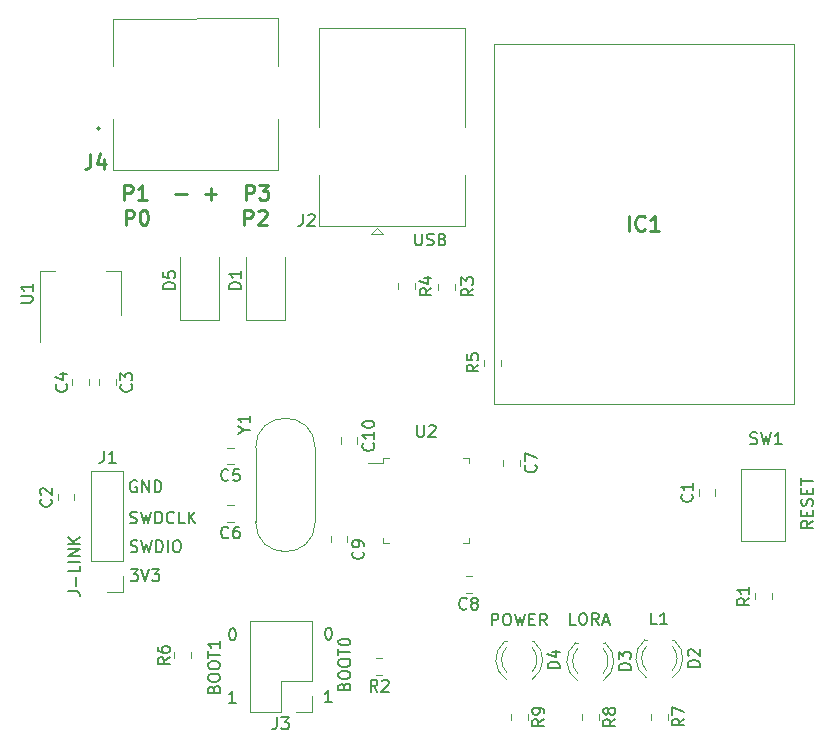
<source format=gbr>
G04 #@! TF.GenerationSoftware,KiCad,Pcbnew,(5.1.5)-3*
G04 #@! TF.CreationDate,2021-12-10T20:30:37-03:00*
G04 #@! TF.ProjectId,remoto,72656d6f-746f-42e6-9b69-6361645f7063,rev?*
G04 #@! TF.SameCoordinates,Original*
G04 #@! TF.FileFunction,Legend,Top*
G04 #@! TF.FilePolarity,Positive*
%FSLAX46Y46*%
G04 Gerber Fmt 4.6, Leading zero omitted, Abs format (unit mm)*
G04 Created by KiCad (PCBNEW (5.1.5)-3) date 2021-12-10 20:30:37*
%MOMM*%
%LPD*%
G04 APERTURE LIST*
%ADD10C,0.250000*%
%ADD11C,0.150000*%
%ADD12C,0.120000*%
%ADD13C,0.200000*%
%ADD14C,0.100000*%
%ADD15C,0.254000*%
G04 APERTURE END LIST*
D10*
X35584571Y-38237976D02*
X35584571Y-36987976D01*
X36060761Y-36987976D01*
X36179809Y-37047500D01*
X36239333Y-37107023D01*
X36298857Y-37226071D01*
X36298857Y-37404642D01*
X36239333Y-37523690D01*
X36179809Y-37583214D01*
X36060761Y-37642738D01*
X35584571Y-37642738D01*
X37489333Y-38237976D02*
X36775047Y-38237976D01*
X37132190Y-38237976D02*
X37132190Y-36987976D01*
X37013142Y-37166547D01*
X36894095Y-37285595D01*
X36775047Y-37345119D01*
X39929809Y-37761785D02*
X40882190Y-37761785D01*
X42429809Y-37761785D02*
X43382190Y-37761785D01*
X42906000Y-38237976D02*
X42906000Y-37285595D01*
X45882190Y-38237976D02*
X45882190Y-36987976D01*
X46358380Y-36987976D01*
X46477428Y-37047500D01*
X46536952Y-37107023D01*
X46596476Y-37226071D01*
X46596476Y-37404642D01*
X46536952Y-37523690D01*
X46477428Y-37583214D01*
X46358380Y-37642738D01*
X45882190Y-37642738D01*
X47013142Y-36987976D02*
X47786952Y-36987976D01*
X47370285Y-37464166D01*
X47548857Y-37464166D01*
X47667904Y-37523690D01*
X47727428Y-37583214D01*
X47786952Y-37702261D01*
X47786952Y-37999880D01*
X47727428Y-38118928D01*
X47667904Y-38178452D01*
X47548857Y-38237976D01*
X47191714Y-38237976D01*
X47072666Y-38178452D01*
X47013142Y-38118928D01*
X35703619Y-40362976D02*
X35703619Y-39112976D01*
X36179809Y-39112976D01*
X36298857Y-39172500D01*
X36358380Y-39232023D01*
X36417904Y-39351071D01*
X36417904Y-39529642D01*
X36358380Y-39648690D01*
X36298857Y-39708214D01*
X36179809Y-39767738D01*
X35703619Y-39767738D01*
X37191714Y-39112976D02*
X37310761Y-39112976D01*
X37429809Y-39172500D01*
X37489333Y-39232023D01*
X37548857Y-39351071D01*
X37608380Y-39589166D01*
X37608380Y-39886785D01*
X37548857Y-40124880D01*
X37489333Y-40243928D01*
X37429809Y-40303452D01*
X37310761Y-40362976D01*
X37191714Y-40362976D01*
X37072666Y-40303452D01*
X37013142Y-40243928D01*
X36953619Y-40124880D01*
X36894095Y-39886785D01*
X36894095Y-39589166D01*
X36953619Y-39351071D01*
X37013142Y-39232023D01*
X37072666Y-39172500D01*
X37191714Y-39112976D01*
X45763142Y-40362976D02*
X45763142Y-39112976D01*
X46239333Y-39112976D01*
X46358380Y-39172500D01*
X46417904Y-39232023D01*
X46477428Y-39351071D01*
X46477428Y-39529642D01*
X46417904Y-39648690D01*
X46358380Y-39708214D01*
X46239333Y-39767738D01*
X45763142Y-39767738D01*
X46953619Y-39232023D02*
X47013142Y-39172500D01*
X47132190Y-39112976D01*
X47429809Y-39112976D01*
X47548857Y-39172500D01*
X47608380Y-39232023D01*
X47667904Y-39351071D01*
X47667904Y-39470119D01*
X47608380Y-39648690D01*
X46894095Y-40362976D01*
X47667904Y-40362976D01*
D11*
X60206095Y-41108380D02*
X60206095Y-41917904D01*
X60253714Y-42013142D01*
X60301333Y-42060761D01*
X60396571Y-42108380D01*
X60587047Y-42108380D01*
X60682285Y-42060761D01*
X60729904Y-42013142D01*
X60777523Y-41917904D01*
X60777523Y-41108380D01*
X61206095Y-42060761D02*
X61348952Y-42108380D01*
X61587047Y-42108380D01*
X61682285Y-42060761D01*
X61729904Y-42013142D01*
X61777523Y-41917904D01*
X61777523Y-41822666D01*
X61729904Y-41727428D01*
X61682285Y-41679809D01*
X61587047Y-41632190D01*
X61396571Y-41584571D01*
X61301333Y-41536952D01*
X61253714Y-41489333D01*
X61206095Y-41394095D01*
X61206095Y-41298857D01*
X61253714Y-41203619D01*
X61301333Y-41156000D01*
X61396571Y-41108380D01*
X61634666Y-41108380D01*
X61777523Y-41156000D01*
X62539428Y-41584571D02*
X62682285Y-41632190D01*
X62729904Y-41679809D01*
X62777523Y-41775047D01*
X62777523Y-41917904D01*
X62729904Y-42013142D01*
X62682285Y-42060761D01*
X62587047Y-42108380D01*
X62206095Y-42108380D01*
X62206095Y-41108380D01*
X62539428Y-41108380D01*
X62634666Y-41156000D01*
X62682285Y-41203619D01*
X62729904Y-41298857D01*
X62729904Y-41394095D01*
X62682285Y-41489333D01*
X62634666Y-41536952D01*
X62539428Y-41584571D01*
X62206095Y-41584571D01*
X80684073Y-74198740D02*
X80207882Y-74198740D01*
X80207882Y-73198740D01*
X81541216Y-74198740D02*
X80969787Y-74198740D01*
X81255501Y-74198740D02*
X81255501Y-73198740D01*
X81160263Y-73341598D01*
X81065025Y-73436836D01*
X80969787Y-73484455D01*
X73812542Y-74244460D02*
X73336352Y-74244460D01*
X73336352Y-73244460D01*
X74336352Y-73244460D02*
X74526828Y-73244460D01*
X74622066Y-73292080D01*
X74717304Y-73387318D01*
X74764923Y-73577794D01*
X74764923Y-73911127D01*
X74717304Y-74101603D01*
X74622066Y-74196841D01*
X74526828Y-74244460D01*
X74336352Y-74244460D01*
X74241114Y-74196841D01*
X74145876Y-74101603D01*
X74098257Y-73911127D01*
X74098257Y-73577794D01*
X74145876Y-73387318D01*
X74241114Y-73292080D01*
X74336352Y-73244460D01*
X75764923Y-74244460D02*
X75431590Y-73768270D01*
X75193495Y-74244460D02*
X75193495Y-73244460D01*
X75574447Y-73244460D01*
X75669685Y-73292080D01*
X75717304Y-73339699D01*
X75764923Y-73434937D01*
X75764923Y-73577794D01*
X75717304Y-73673032D01*
X75669685Y-73720651D01*
X75574447Y-73768270D01*
X75193495Y-73768270D01*
X76145876Y-73958746D02*
X76622066Y-73958746D01*
X76050638Y-74244460D02*
X76383971Y-73244460D01*
X76717304Y-74244460D01*
X66704816Y-74287640D02*
X66704816Y-73287640D01*
X67085768Y-73287640D01*
X67181006Y-73335260D01*
X67228625Y-73382879D01*
X67276244Y-73478117D01*
X67276244Y-73620974D01*
X67228625Y-73716212D01*
X67181006Y-73763831D01*
X67085768Y-73811450D01*
X66704816Y-73811450D01*
X67895292Y-73287640D02*
X68085768Y-73287640D01*
X68181006Y-73335260D01*
X68276244Y-73430498D01*
X68323863Y-73620974D01*
X68323863Y-73954307D01*
X68276244Y-74144783D01*
X68181006Y-74240021D01*
X68085768Y-74287640D01*
X67895292Y-74287640D01*
X67800054Y-74240021D01*
X67704816Y-74144783D01*
X67657197Y-73954307D01*
X67657197Y-73620974D01*
X67704816Y-73430498D01*
X67800054Y-73335260D01*
X67895292Y-73287640D01*
X68657197Y-73287640D02*
X68895292Y-74287640D01*
X69085768Y-73573355D01*
X69276244Y-74287640D01*
X69514340Y-73287640D01*
X69895292Y-73763831D02*
X70228625Y-73763831D01*
X70371482Y-74287640D02*
X69895292Y-74287640D01*
X69895292Y-73287640D01*
X70371482Y-73287640D01*
X71371482Y-74287640D02*
X71038149Y-73811450D01*
X70800054Y-74287640D02*
X70800054Y-73287640D01*
X71181006Y-73287640D01*
X71276244Y-73335260D01*
X71323863Y-73382879D01*
X71371482Y-73478117D01*
X71371482Y-73620974D01*
X71323863Y-73716212D01*
X71276244Y-73763831D01*
X71181006Y-73811450D01*
X70800054Y-73811450D01*
X93896440Y-65422280D02*
X93420250Y-65755614D01*
X93896440Y-65993709D02*
X92896440Y-65993709D01*
X92896440Y-65612757D01*
X92944060Y-65517519D01*
X92991679Y-65469900D01*
X93086917Y-65422280D01*
X93229774Y-65422280D01*
X93325012Y-65469900D01*
X93372631Y-65517519D01*
X93420250Y-65612757D01*
X93420250Y-65993709D01*
X93372631Y-64993709D02*
X93372631Y-64660376D01*
X93896440Y-64517519D02*
X93896440Y-64993709D01*
X92896440Y-64993709D01*
X92896440Y-64517519D01*
X93848821Y-64136566D02*
X93896440Y-63993709D01*
X93896440Y-63755614D01*
X93848821Y-63660376D01*
X93801202Y-63612757D01*
X93705964Y-63565138D01*
X93610726Y-63565138D01*
X93515488Y-63612757D01*
X93467869Y-63660376D01*
X93420250Y-63755614D01*
X93372631Y-63946090D01*
X93325012Y-64041328D01*
X93277393Y-64088947D01*
X93182155Y-64136566D01*
X93086917Y-64136566D01*
X92991679Y-64088947D01*
X92944060Y-64041328D01*
X92896440Y-63946090D01*
X92896440Y-63707995D01*
X92944060Y-63565138D01*
X93372631Y-63136566D02*
X93372631Y-62803233D01*
X93896440Y-62660376D02*
X93896440Y-63136566D01*
X92896440Y-63136566D01*
X92896440Y-62660376D01*
X92896440Y-62374661D02*
X92896440Y-61803233D01*
X93896440Y-62088947D02*
X92896440Y-62088947D01*
X30849320Y-71406117D02*
X31563606Y-71406117D01*
X31706463Y-71453736D01*
X31801701Y-71548974D01*
X31849320Y-71691831D01*
X31849320Y-71787069D01*
X31468368Y-70929926D02*
X31468368Y-70168021D01*
X31849320Y-69215640D02*
X31849320Y-69691831D01*
X30849320Y-69691831D01*
X31849320Y-68882307D02*
X30849320Y-68882307D01*
X31849320Y-68406117D02*
X30849320Y-68406117D01*
X31849320Y-67834688D01*
X30849320Y-67834688D01*
X31849320Y-67358498D02*
X30849320Y-67358498D01*
X31849320Y-66787069D02*
X31277892Y-67215640D01*
X30849320Y-66787069D02*
X31420749Y-67358498D01*
X36132924Y-69541140D02*
X36751972Y-69541140D01*
X36418639Y-69922093D01*
X36561496Y-69922093D01*
X36656734Y-69969712D01*
X36704353Y-70017331D01*
X36751972Y-70112569D01*
X36751972Y-70350664D01*
X36704353Y-70445902D01*
X36656734Y-70493521D01*
X36561496Y-70541140D01*
X36275781Y-70541140D01*
X36180543Y-70493521D01*
X36132924Y-70445902D01*
X37037686Y-69541140D02*
X37371020Y-70541140D01*
X37704353Y-69541140D01*
X37942448Y-69541140D02*
X38561496Y-69541140D01*
X38228162Y-69922093D01*
X38371020Y-69922093D01*
X38466258Y-69969712D01*
X38513877Y-70017331D01*
X38561496Y-70112569D01*
X38561496Y-70350664D01*
X38513877Y-70445902D01*
X38466258Y-70493521D01*
X38371020Y-70541140D01*
X38085305Y-70541140D01*
X37990067Y-70493521D01*
X37942448Y-70445902D01*
X36140972Y-68024641D02*
X36283829Y-68072260D01*
X36521924Y-68072260D01*
X36617162Y-68024641D01*
X36664781Y-67977022D01*
X36712400Y-67881784D01*
X36712400Y-67786546D01*
X36664781Y-67691308D01*
X36617162Y-67643689D01*
X36521924Y-67596070D01*
X36331448Y-67548451D01*
X36236210Y-67500832D01*
X36188591Y-67453213D01*
X36140972Y-67357975D01*
X36140972Y-67262737D01*
X36188591Y-67167499D01*
X36236210Y-67119880D01*
X36331448Y-67072260D01*
X36569543Y-67072260D01*
X36712400Y-67119880D01*
X37045734Y-67072260D02*
X37283829Y-68072260D01*
X37474305Y-67357975D01*
X37664781Y-68072260D01*
X37902877Y-67072260D01*
X38283829Y-68072260D02*
X38283829Y-67072260D01*
X38521924Y-67072260D01*
X38664781Y-67119880D01*
X38760020Y-67215118D01*
X38807639Y-67310356D01*
X38855258Y-67500832D01*
X38855258Y-67643689D01*
X38807639Y-67834165D01*
X38760020Y-67929403D01*
X38664781Y-68024641D01*
X38521924Y-68072260D01*
X38283829Y-68072260D01*
X39283829Y-68072260D02*
X39283829Y-67072260D01*
X39950496Y-67072260D02*
X40140972Y-67072260D01*
X40236210Y-67119880D01*
X40331448Y-67215118D01*
X40379067Y-67405594D01*
X40379067Y-67738927D01*
X40331448Y-67929403D01*
X40236210Y-68024641D01*
X40140972Y-68072260D01*
X39950496Y-68072260D01*
X39855258Y-68024641D01*
X39760020Y-67929403D01*
X39712400Y-67738927D01*
X39712400Y-67405594D01*
X39760020Y-67215118D01*
X39855258Y-67119880D01*
X39950496Y-67072260D01*
X36084855Y-65604021D02*
X36227712Y-65651640D01*
X36465807Y-65651640D01*
X36561045Y-65604021D01*
X36608664Y-65556402D01*
X36656283Y-65461164D01*
X36656283Y-65365926D01*
X36608664Y-65270688D01*
X36561045Y-65223069D01*
X36465807Y-65175450D01*
X36275331Y-65127831D01*
X36180093Y-65080212D01*
X36132474Y-65032593D01*
X36084855Y-64937355D01*
X36084855Y-64842117D01*
X36132474Y-64746879D01*
X36180093Y-64699260D01*
X36275331Y-64651640D01*
X36513426Y-64651640D01*
X36656283Y-64699260D01*
X36989617Y-64651640D02*
X37227712Y-65651640D01*
X37418188Y-64937355D01*
X37608664Y-65651640D01*
X37846760Y-64651640D01*
X38227712Y-65651640D02*
X38227712Y-64651640D01*
X38465807Y-64651640D01*
X38608664Y-64699260D01*
X38703902Y-64794498D01*
X38751521Y-64889736D01*
X38799140Y-65080212D01*
X38799140Y-65223069D01*
X38751521Y-65413545D01*
X38703902Y-65508783D01*
X38608664Y-65604021D01*
X38465807Y-65651640D01*
X38227712Y-65651640D01*
X39799140Y-65556402D02*
X39751521Y-65604021D01*
X39608664Y-65651640D01*
X39513426Y-65651640D01*
X39370569Y-65604021D01*
X39275331Y-65508783D01*
X39227712Y-65413545D01*
X39180093Y-65223069D01*
X39180093Y-65080212D01*
X39227712Y-64889736D01*
X39275331Y-64794498D01*
X39370569Y-64699260D01*
X39513426Y-64651640D01*
X39608664Y-64651640D01*
X39751521Y-64699260D01*
X39799140Y-64746879D01*
X40703902Y-65651640D02*
X40227712Y-65651640D01*
X40227712Y-64651640D01*
X41037236Y-65651640D02*
X41037236Y-64651640D01*
X41608664Y-65651640D02*
X41180093Y-65080212D01*
X41608664Y-64651640D02*
X41037236Y-65223069D01*
X36634515Y-62052580D02*
X36539277Y-62004960D01*
X36396420Y-62004960D01*
X36253562Y-62052580D01*
X36158324Y-62147818D01*
X36110705Y-62243056D01*
X36063086Y-62433532D01*
X36063086Y-62576389D01*
X36110705Y-62766865D01*
X36158324Y-62862103D01*
X36253562Y-62957341D01*
X36396420Y-63004960D01*
X36491658Y-63004960D01*
X36634515Y-62957341D01*
X36682134Y-62909722D01*
X36682134Y-62576389D01*
X36491658Y-62576389D01*
X37110705Y-63004960D02*
X37110705Y-62004960D01*
X37682134Y-63004960D01*
X37682134Y-62004960D01*
X38158324Y-63004960D02*
X38158324Y-62004960D01*
X38396420Y-62004960D01*
X38539277Y-62052580D01*
X38634515Y-62147818D01*
X38682134Y-62243056D01*
X38729753Y-62433532D01*
X38729753Y-62576389D01*
X38682134Y-62766865D01*
X38634515Y-62862103D01*
X38539277Y-62957341D01*
X38396420Y-63004960D01*
X38158324Y-63004960D01*
X53150734Y-80772260D02*
X52579305Y-80772260D01*
X52865020Y-80772260D02*
X52865020Y-79772260D01*
X52769781Y-79915118D01*
X52674543Y-80010356D01*
X52579305Y-80057975D01*
X52938039Y-75482699D02*
X52842800Y-75482699D01*
X52747562Y-75435080D01*
X52699943Y-75387460D01*
X52652324Y-75292222D01*
X52604705Y-75101746D01*
X52604705Y-74863651D01*
X52652324Y-74673175D01*
X52699943Y-74577937D01*
X52747562Y-74530318D01*
X52842800Y-74482699D01*
X52938039Y-74482699D01*
X53033277Y-74530318D01*
X53080896Y-74577937D01*
X53128515Y-74673175D01*
X53176134Y-74863651D01*
X53176134Y-75101746D01*
X53128515Y-75292222D01*
X53080896Y-75387460D01*
X53033277Y-75435080D01*
X52938039Y-75482699D01*
X43169531Y-79656393D02*
X43217150Y-79513536D01*
X43264769Y-79465917D01*
X43360007Y-79418298D01*
X43502864Y-79418298D01*
X43598102Y-79465917D01*
X43645721Y-79513536D01*
X43693340Y-79608774D01*
X43693340Y-79989726D01*
X42693340Y-79989726D01*
X42693340Y-79656393D01*
X42740960Y-79561155D01*
X42788579Y-79513536D01*
X42883817Y-79465917D01*
X42979055Y-79465917D01*
X43074293Y-79513536D01*
X43121912Y-79561155D01*
X43169531Y-79656393D01*
X43169531Y-79989726D01*
X42693340Y-78799250D02*
X42693340Y-78608774D01*
X42740960Y-78513536D01*
X42836198Y-78418298D01*
X43026674Y-78370679D01*
X43360007Y-78370679D01*
X43550483Y-78418298D01*
X43645721Y-78513536D01*
X43693340Y-78608774D01*
X43693340Y-78799250D01*
X43645721Y-78894488D01*
X43550483Y-78989726D01*
X43360007Y-79037345D01*
X43026674Y-79037345D01*
X42836198Y-78989726D01*
X42740960Y-78894488D01*
X42693340Y-78799250D01*
X42693340Y-77751631D02*
X42693340Y-77561155D01*
X42740960Y-77465917D01*
X42836198Y-77370679D01*
X43026674Y-77323060D01*
X43360007Y-77323060D01*
X43550483Y-77370679D01*
X43645721Y-77465917D01*
X43693340Y-77561155D01*
X43693340Y-77751631D01*
X43645721Y-77846869D01*
X43550483Y-77942107D01*
X43360007Y-77989726D01*
X43026674Y-77989726D01*
X42836198Y-77942107D01*
X42740960Y-77846869D01*
X42693340Y-77751631D01*
X42693340Y-77037345D02*
X42693340Y-76465917D01*
X43693340Y-76751631D02*
X42693340Y-76751631D01*
X43693340Y-75608774D02*
X43693340Y-76180202D01*
X43693340Y-75894488D02*
X42693340Y-75894488D01*
X42836198Y-75989726D01*
X42931436Y-76084964D01*
X42979055Y-76180202D01*
X54205831Y-79437953D02*
X54253450Y-79295096D01*
X54301069Y-79247477D01*
X54396307Y-79199858D01*
X54539164Y-79199858D01*
X54634402Y-79247477D01*
X54682021Y-79295096D01*
X54729640Y-79390334D01*
X54729640Y-79771286D01*
X53729640Y-79771286D01*
X53729640Y-79437953D01*
X53777260Y-79342715D01*
X53824879Y-79295096D01*
X53920117Y-79247477D01*
X54015355Y-79247477D01*
X54110593Y-79295096D01*
X54158212Y-79342715D01*
X54205831Y-79437953D01*
X54205831Y-79771286D01*
X53729640Y-78580810D02*
X53729640Y-78390334D01*
X53777260Y-78295096D01*
X53872498Y-78199858D01*
X54062974Y-78152239D01*
X54396307Y-78152239D01*
X54586783Y-78199858D01*
X54682021Y-78295096D01*
X54729640Y-78390334D01*
X54729640Y-78580810D01*
X54682021Y-78676048D01*
X54586783Y-78771286D01*
X54396307Y-78818905D01*
X54062974Y-78818905D01*
X53872498Y-78771286D01*
X53777260Y-78676048D01*
X53729640Y-78580810D01*
X53729640Y-77533191D02*
X53729640Y-77342715D01*
X53777260Y-77247477D01*
X53872498Y-77152239D01*
X54062974Y-77104620D01*
X54396307Y-77104620D01*
X54586783Y-77152239D01*
X54682021Y-77247477D01*
X54729640Y-77342715D01*
X54729640Y-77533191D01*
X54682021Y-77628429D01*
X54586783Y-77723667D01*
X54396307Y-77771286D01*
X54062974Y-77771286D01*
X53872498Y-77723667D01*
X53777260Y-77628429D01*
X53729640Y-77533191D01*
X53729640Y-76818905D02*
X53729640Y-76247477D01*
X54729640Y-76533191D02*
X53729640Y-76533191D01*
X53729640Y-75723667D02*
X53729640Y-75628429D01*
X53777260Y-75533191D01*
X53824879Y-75485572D01*
X53920117Y-75437953D01*
X54110593Y-75390334D01*
X54348688Y-75390334D01*
X54539164Y-75437953D01*
X54634402Y-75485572D01*
X54682021Y-75533191D01*
X54729640Y-75628429D01*
X54729640Y-75723667D01*
X54682021Y-75818905D01*
X54634402Y-75866524D01*
X54539164Y-75914143D01*
X54348688Y-75961762D01*
X54110593Y-75961762D01*
X53920117Y-75914143D01*
X53824879Y-75866524D01*
X53777260Y-75818905D01*
X53729640Y-75723667D01*
X45022734Y-80823060D02*
X44451305Y-80823060D01*
X44737020Y-80823060D02*
X44737020Y-79823060D01*
X44641781Y-79965918D01*
X44546543Y-80061156D01*
X44451305Y-80108775D01*
X44810039Y-75533499D02*
X44714800Y-75533499D01*
X44619562Y-75485880D01*
X44571943Y-75438260D01*
X44524324Y-75343022D01*
X44476705Y-75152546D01*
X44476705Y-74914451D01*
X44524324Y-74723975D01*
X44571943Y-74628737D01*
X44619562Y-74581118D01*
X44714800Y-74533499D01*
X44810039Y-74533499D01*
X44905277Y-74581118D01*
X44952896Y-74628737D01*
X45000515Y-74723975D01*
X45048134Y-74914451D01*
X45048134Y-75152546D01*
X45000515Y-75343022D01*
X44952896Y-75438260D01*
X44905277Y-75485880D01*
X44810039Y-75533499D01*
D12*
X87852640Y-60998800D02*
X91552640Y-60998800D01*
X87852640Y-67118800D02*
X87852640Y-60998800D01*
X91552640Y-67118800D02*
X87852640Y-67118800D01*
X91552640Y-60998800D02*
X91552640Y-67118800D01*
X40298100Y-48457060D02*
X40298100Y-43057060D01*
X43598100Y-48457060D02*
X43598100Y-43057060D01*
X40298100Y-48457060D02*
X43598100Y-48457060D01*
X46707820Y-65511380D02*
G75*
G03X51757820Y-65511380I2525000J0D01*
G01*
X46707820Y-59261380D02*
G75*
G02X51757820Y-59261380I2525000J0D01*
G01*
X46707820Y-59261380D02*
X46707820Y-65511380D01*
X51757820Y-59261380D02*
X51757820Y-65511380D01*
X57535420Y-60560980D02*
X56245420Y-60560980D01*
X57535420Y-60110980D02*
X57535420Y-60560980D01*
X57985420Y-60110980D02*
X57535420Y-60110980D01*
X64755420Y-60110980D02*
X64755420Y-60560980D01*
X64305420Y-60110980D02*
X64755420Y-60110980D01*
X57535420Y-67330980D02*
X57535420Y-66880980D01*
X57985420Y-67330980D02*
X57535420Y-67330980D01*
X64755420Y-67330980D02*
X64755420Y-66880980D01*
X64305420Y-67330980D02*
X64755420Y-67330980D01*
X28467000Y-50284820D02*
X28467000Y-44274820D01*
X35287000Y-48034820D02*
X35287000Y-44274820D01*
X28467000Y-44274820D02*
X29727000Y-44274820D01*
X35287000Y-44274820D02*
X34027000Y-44274820D01*
X68327200Y-81783422D02*
X68327200Y-82300578D01*
X69747200Y-81783422D02*
X69747200Y-82300578D01*
X74347000Y-81783422D02*
X74347000Y-82300578D01*
X75767000Y-81783422D02*
X75767000Y-82300578D01*
X80189000Y-81758022D02*
X80189000Y-82275178D01*
X81609000Y-81758022D02*
X81609000Y-82275178D01*
X39823320Y-76563722D02*
X39823320Y-77080878D01*
X41243320Y-76563722D02*
X41243320Y-77080878D01*
X67491680Y-52303178D02*
X67491680Y-51786022D01*
X66071680Y-52303178D02*
X66071680Y-51786022D01*
X58789500Y-45293782D02*
X58789500Y-45810938D01*
X60209500Y-45293782D02*
X60209500Y-45810938D01*
X63575000Y-45892218D02*
X63575000Y-45375062D01*
X62155000Y-45892218D02*
X62155000Y-45375062D01*
X56926982Y-78441620D02*
X57444138Y-78441620D01*
X56926982Y-77021620D02*
X57444138Y-77021620D01*
X90417720Y-72056758D02*
X90417720Y-71539602D01*
X88997720Y-72056758D02*
X88997720Y-71539602D01*
D13*
X33309800Y-32207200D02*
G75*
G02X33509800Y-32207200I100000J0D01*
G01*
X33509800Y-32207200D02*
G75*
G02X33309800Y-32207200I-100000J0D01*
G01*
X33509800Y-32207200D02*
X33509800Y-32207200D01*
X33309800Y-32207200D02*
X33309800Y-32207200D01*
D14*
X34609800Y-35717200D02*
X34609800Y-31397200D01*
X48609800Y-35717200D02*
X34609800Y-35717200D01*
X48609800Y-31397200D02*
X48609800Y-35717200D01*
X34609800Y-22897200D02*
X34609800Y-26897200D01*
X48609800Y-22887200D02*
X34609800Y-22897200D01*
X48609800Y-26897200D02*
X48609800Y-22887200D01*
D12*
X51451820Y-81624480D02*
X50121820Y-81624480D01*
X51451820Y-80294480D02*
X51451820Y-81624480D01*
X48851820Y-81624480D02*
X46251820Y-81624480D01*
X48851820Y-79024480D02*
X48851820Y-81624480D01*
X51451820Y-79024480D02*
X48851820Y-79024480D01*
X46251820Y-81624480D02*
X46251820Y-73884480D01*
X51451820Y-79024480D02*
X51451820Y-73884480D01*
X51451820Y-73884480D02*
X46251820Y-73884480D01*
X64410000Y-23715000D02*
X64410000Y-32075000D01*
X52090000Y-36175000D02*
X52090000Y-40435000D01*
X52090000Y-32075000D02*
X52090000Y-23715000D01*
X57000000Y-40655000D02*
X56500000Y-41155000D01*
X64410000Y-40435000D02*
X64410000Y-36175000D01*
X52090000Y-40435000D02*
X64410000Y-40435000D01*
X57500000Y-41155000D02*
X57000000Y-40655000D01*
X52090000Y-23715000D02*
X64410000Y-23715000D01*
X56500000Y-41155000D02*
X57500000Y-41155000D01*
X35475220Y-71449240D02*
X34145220Y-71449240D01*
X35475220Y-70119240D02*
X35475220Y-71449240D01*
X35475220Y-68849240D02*
X32815220Y-68849240D01*
X32815220Y-68849240D02*
X32815220Y-61169240D01*
X35475220Y-68849240D02*
X35475220Y-61169240D01*
X35475220Y-61169240D02*
X32815220Y-61169240D01*
D14*
X66860000Y-25044400D02*
X92260000Y-25044400D01*
X92260000Y-25044400D02*
X92260000Y-55524400D01*
X92260000Y-55524400D02*
X66860000Y-55524400D01*
X66860000Y-55524400D02*
X66860000Y-25044400D01*
D12*
X67957363Y-78231730D02*
G75*
G02X67957200Y-76149639I1079837J1041130D01*
G01*
X70117037Y-78231730D02*
G75*
G03X70117200Y-76149639I-1079837J1041130D01*
G01*
X67958592Y-78862935D02*
G75*
G02X67801684Y-75630600I1078608J1672335D01*
G01*
X70115808Y-78862935D02*
G75*
G03X70272716Y-75630600I-1078608J1672335D01*
G01*
X67957200Y-75630600D02*
X67801200Y-75630600D01*
X70273200Y-75630600D02*
X70117200Y-75630600D01*
X73977000Y-75732200D02*
X73821000Y-75732200D01*
X76293000Y-75732200D02*
X76137000Y-75732200D01*
X73977163Y-78333330D02*
G75*
G02X73977000Y-76251239I1079837J1041130D01*
G01*
X76136837Y-78333330D02*
G75*
G03X76137000Y-76251239I-1079837J1041130D01*
G01*
X73978392Y-78964535D02*
G75*
G02X73821484Y-75732200I1078608J1672335D01*
G01*
X76135608Y-78964535D02*
G75*
G03X76292516Y-75732200I-1078608J1672335D01*
G01*
X79819000Y-75503600D02*
X79663000Y-75503600D01*
X82135000Y-75503600D02*
X81979000Y-75503600D01*
X79819163Y-78104730D02*
G75*
G02X79819000Y-76022639I1079837J1041130D01*
G01*
X81978837Y-78104730D02*
G75*
G03X81979000Y-76022639I-1079837J1041130D01*
G01*
X79820392Y-78735935D02*
G75*
G02X79663484Y-75503600I1078608J1672335D01*
G01*
X81977608Y-78735935D02*
G75*
G03X82134516Y-75503600I-1078608J1672335D01*
G01*
X45875940Y-48451980D02*
X45875940Y-43051980D01*
X49175940Y-48451980D02*
X49175940Y-43051980D01*
X45875940Y-48451980D02*
X49175940Y-48451980D01*
X55322540Y-58884318D02*
X55322540Y-58367162D01*
X53902540Y-58884318D02*
X53902540Y-58367162D01*
X54491960Y-67228218D02*
X54491960Y-66711062D01*
X53071960Y-67228218D02*
X53071960Y-66711062D01*
X65010798Y-70128060D02*
X64493642Y-70128060D01*
X65010798Y-71548060D02*
X64493642Y-71548060D01*
X67694740Y-60282322D02*
X67694740Y-60799478D01*
X69114740Y-60282322D02*
X69114740Y-60799478D01*
X44843198Y-64103180D02*
X44326042Y-64103180D01*
X44843198Y-65523180D02*
X44326042Y-65523180D01*
X44843198Y-59226380D02*
X44326042Y-59226380D01*
X44843198Y-60646380D02*
X44326042Y-60646380D01*
X31167000Y-53439562D02*
X31167000Y-53956718D01*
X32587000Y-53439562D02*
X32587000Y-53956718D01*
X33453000Y-53439562D02*
X33453000Y-53956718D01*
X34873000Y-53439562D02*
X34873000Y-53956718D01*
X31367800Y-63687458D02*
X31367800Y-63170302D01*
X29947800Y-63687458D02*
X29947800Y-63170302D01*
X85642520Y-63283598D02*
X85642520Y-62766442D01*
X84222520Y-63283598D02*
X84222520Y-62766442D01*
D11*
X88602986Y-58880641D02*
X88745843Y-58928260D01*
X88983939Y-58928260D01*
X89079177Y-58880641D01*
X89126796Y-58833022D01*
X89174415Y-58737784D01*
X89174415Y-58642546D01*
X89126796Y-58547308D01*
X89079177Y-58499689D01*
X88983939Y-58452070D01*
X88793462Y-58404451D01*
X88698224Y-58356832D01*
X88650605Y-58309213D01*
X88602986Y-58213975D01*
X88602986Y-58118737D01*
X88650605Y-58023499D01*
X88698224Y-57975880D01*
X88793462Y-57928260D01*
X89031558Y-57928260D01*
X89174415Y-57975880D01*
X89507748Y-57928260D02*
X89745843Y-58928260D01*
X89936320Y-58213975D01*
X90126796Y-58928260D01*
X90364891Y-57928260D01*
X91269653Y-58928260D02*
X90698224Y-58928260D01*
X90983939Y-58928260D02*
X90983939Y-57928260D01*
X90888700Y-58071118D01*
X90793462Y-58166356D01*
X90698224Y-58213975D01*
X39900480Y-45795155D02*
X38900480Y-45795155D01*
X38900480Y-45557060D01*
X38948100Y-45414202D01*
X39043338Y-45318964D01*
X39138576Y-45271345D01*
X39329052Y-45223726D01*
X39471909Y-45223726D01*
X39662385Y-45271345D01*
X39757623Y-45318964D01*
X39852861Y-45414202D01*
X39900480Y-45557060D01*
X39900480Y-45795155D01*
X38900480Y-44318964D02*
X38900480Y-44795155D01*
X39376671Y-44842774D01*
X39329052Y-44795155D01*
X39281433Y-44699917D01*
X39281433Y-44461821D01*
X39329052Y-44366583D01*
X39376671Y-44318964D01*
X39471909Y-44271345D01*
X39710004Y-44271345D01*
X39805242Y-44318964D01*
X39852861Y-44366583D01*
X39900480Y-44461821D01*
X39900480Y-44699917D01*
X39852861Y-44795155D01*
X39805242Y-44842774D01*
X45729210Y-57720170D02*
X46205400Y-57720170D01*
X45205400Y-58053503D02*
X45729210Y-57720170D01*
X45205400Y-57386837D01*
X46205400Y-56529694D02*
X46205400Y-57101122D01*
X46205400Y-56815408D02*
X45205400Y-56815408D01*
X45348258Y-56910646D01*
X45443496Y-57005884D01*
X45491115Y-57101122D01*
X60383515Y-57323360D02*
X60383515Y-58132884D01*
X60431134Y-58228122D01*
X60478753Y-58275741D01*
X60573991Y-58323360D01*
X60764467Y-58323360D01*
X60859705Y-58275741D01*
X60907324Y-58228122D01*
X60954943Y-58132884D01*
X60954943Y-57323360D01*
X61383515Y-57418599D02*
X61431134Y-57370980D01*
X61526372Y-57323360D01*
X61764467Y-57323360D01*
X61859705Y-57370980D01*
X61907324Y-57418599D01*
X61954943Y-57513837D01*
X61954943Y-57609075D01*
X61907324Y-57751932D01*
X61335896Y-58323360D01*
X61954943Y-58323360D01*
X26829380Y-46946724D02*
X27638904Y-46946724D01*
X27734142Y-46899105D01*
X27781761Y-46851486D01*
X27829380Y-46756248D01*
X27829380Y-46565772D01*
X27781761Y-46470534D01*
X27734142Y-46422915D01*
X27638904Y-46375296D01*
X26829380Y-46375296D01*
X27829380Y-45375296D02*
X27829380Y-45946724D01*
X27829380Y-45661010D02*
X26829380Y-45661010D01*
X26972238Y-45756248D01*
X27067476Y-45851486D01*
X27115095Y-45946724D01*
X71139580Y-82208666D02*
X70663390Y-82542000D01*
X71139580Y-82780095D02*
X70139580Y-82780095D01*
X70139580Y-82399142D01*
X70187200Y-82303904D01*
X70234819Y-82256285D01*
X70330057Y-82208666D01*
X70472914Y-82208666D01*
X70568152Y-82256285D01*
X70615771Y-82303904D01*
X70663390Y-82399142D01*
X70663390Y-82780095D01*
X71139580Y-81732476D02*
X71139580Y-81542000D01*
X71091961Y-81446761D01*
X71044342Y-81399142D01*
X70901485Y-81303904D01*
X70711009Y-81256285D01*
X70330057Y-81256285D01*
X70234819Y-81303904D01*
X70187200Y-81351523D01*
X70139580Y-81446761D01*
X70139580Y-81637238D01*
X70187200Y-81732476D01*
X70234819Y-81780095D01*
X70330057Y-81827714D01*
X70568152Y-81827714D01*
X70663390Y-81780095D01*
X70711009Y-81732476D01*
X70758628Y-81637238D01*
X70758628Y-81446761D01*
X70711009Y-81351523D01*
X70663390Y-81303904D01*
X70568152Y-81256285D01*
X77159380Y-82208666D02*
X76683190Y-82542000D01*
X77159380Y-82780095D02*
X76159380Y-82780095D01*
X76159380Y-82399142D01*
X76207000Y-82303904D01*
X76254619Y-82256285D01*
X76349857Y-82208666D01*
X76492714Y-82208666D01*
X76587952Y-82256285D01*
X76635571Y-82303904D01*
X76683190Y-82399142D01*
X76683190Y-82780095D01*
X76587952Y-81637238D02*
X76540333Y-81732476D01*
X76492714Y-81780095D01*
X76397476Y-81827714D01*
X76349857Y-81827714D01*
X76254619Y-81780095D01*
X76207000Y-81732476D01*
X76159380Y-81637238D01*
X76159380Y-81446761D01*
X76207000Y-81351523D01*
X76254619Y-81303904D01*
X76349857Y-81256285D01*
X76397476Y-81256285D01*
X76492714Y-81303904D01*
X76540333Y-81351523D01*
X76587952Y-81446761D01*
X76587952Y-81637238D01*
X76635571Y-81732476D01*
X76683190Y-81780095D01*
X76778428Y-81827714D01*
X76968904Y-81827714D01*
X77064142Y-81780095D01*
X77111761Y-81732476D01*
X77159380Y-81637238D01*
X77159380Y-81446761D01*
X77111761Y-81351523D01*
X77064142Y-81303904D01*
X76968904Y-81256285D01*
X76778428Y-81256285D01*
X76683190Y-81303904D01*
X76635571Y-81351523D01*
X76587952Y-81446761D01*
X83001380Y-82183266D02*
X82525190Y-82516600D01*
X83001380Y-82754695D02*
X82001380Y-82754695D01*
X82001380Y-82373742D01*
X82049000Y-82278504D01*
X82096619Y-82230885D01*
X82191857Y-82183266D01*
X82334714Y-82183266D01*
X82429952Y-82230885D01*
X82477571Y-82278504D01*
X82525190Y-82373742D01*
X82525190Y-82754695D01*
X82001380Y-81849933D02*
X82001380Y-81183266D01*
X83001380Y-81611838D01*
X39428680Y-76996586D02*
X38952490Y-77329920D01*
X39428680Y-77568015D02*
X38428680Y-77568015D01*
X38428680Y-77187062D01*
X38476300Y-77091824D01*
X38523919Y-77044205D01*
X38619157Y-76996586D01*
X38762014Y-76996586D01*
X38857252Y-77044205D01*
X38904871Y-77091824D01*
X38952490Y-77187062D01*
X38952490Y-77568015D01*
X38428680Y-76139443D02*
X38428680Y-76329920D01*
X38476300Y-76425158D01*
X38523919Y-76472777D01*
X38666776Y-76568015D01*
X38857252Y-76615634D01*
X39238204Y-76615634D01*
X39333442Y-76568015D01*
X39381061Y-76520396D01*
X39428680Y-76425158D01*
X39428680Y-76234681D01*
X39381061Y-76139443D01*
X39333442Y-76091824D01*
X39238204Y-76044205D01*
X39000109Y-76044205D01*
X38904871Y-76091824D01*
X38857252Y-76139443D01*
X38809633Y-76234681D01*
X38809633Y-76425158D01*
X38857252Y-76520396D01*
X38904871Y-76568015D01*
X39000109Y-76615634D01*
X65584060Y-52211266D02*
X65107870Y-52544600D01*
X65584060Y-52782695D02*
X64584060Y-52782695D01*
X64584060Y-52401742D01*
X64631680Y-52306504D01*
X64679299Y-52258885D01*
X64774537Y-52211266D01*
X64917394Y-52211266D01*
X65012632Y-52258885D01*
X65060251Y-52306504D01*
X65107870Y-52401742D01*
X65107870Y-52782695D01*
X64584060Y-51306504D02*
X64584060Y-51782695D01*
X65060251Y-51830314D01*
X65012632Y-51782695D01*
X64965013Y-51687457D01*
X64965013Y-51449361D01*
X65012632Y-51354123D01*
X65060251Y-51306504D01*
X65155489Y-51258885D01*
X65393584Y-51258885D01*
X65488822Y-51306504D01*
X65536441Y-51354123D01*
X65584060Y-51449361D01*
X65584060Y-51687457D01*
X65536441Y-51782695D01*
X65488822Y-51830314D01*
X61601880Y-45719026D02*
X61125690Y-46052360D01*
X61601880Y-46290455D02*
X60601880Y-46290455D01*
X60601880Y-45909502D01*
X60649500Y-45814264D01*
X60697119Y-45766645D01*
X60792357Y-45719026D01*
X60935214Y-45719026D01*
X61030452Y-45766645D01*
X61078071Y-45814264D01*
X61125690Y-45909502D01*
X61125690Y-46290455D01*
X60935214Y-44861883D02*
X61601880Y-44861883D01*
X60554261Y-45099979D02*
X61268547Y-45338074D01*
X61268547Y-44719026D01*
X65146180Y-45774906D02*
X64669990Y-46108240D01*
X65146180Y-46346335D02*
X64146180Y-46346335D01*
X64146180Y-45965382D01*
X64193800Y-45870144D01*
X64241419Y-45822525D01*
X64336657Y-45774906D01*
X64479514Y-45774906D01*
X64574752Y-45822525D01*
X64622371Y-45870144D01*
X64669990Y-45965382D01*
X64669990Y-46346335D01*
X64146180Y-45441573D02*
X64146180Y-44822525D01*
X64527133Y-45155859D01*
X64527133Y-45013001D01*
X64574752Y-44917763D01*
X64622371Y-44870144D01*
X64717609Y-44822525D01*
X64955704Y-44822525D01*
X65050942Y-44870144D01*
X65098561Y-44917763D01*
X65146180Y-45013001D01*
X65146180Y-45298716D01*
X65098561Y-45393954D01*
X65050942Y-45441573D01*
X57034133Y-79880720D02*
X56700800Y-79404530D01*
X56462704Y-79880720D02*
X56462704Y-78880720D01*
X56843657Y-78880720D01*
X56938895Y-78928340D01*
X56986514Y-78975959D01*
X57034133Y-79071197D01*
X57034133Y-79214054D01*
X56986514Y-79309292D01*
X56938895Y-79356911D01*
X56843657Y-79404530D01*
X56462704Y-79404530D01*
X57415085Y-78975959D02*
X57462704Y-78928340D01*
X57557942Y-78880720D01*
X57796038Y-78880720D01*
X57891276Y-78928340D01*
X57938895Y-78975959D01*
X57986514Y-79071197D01*
X57986514Y-79166435D01*
X57938895Y-79309292D01*
X57367466Y-79880720D01*
X57986514Y-79880720D01*
X88510100Y-71964846D02*
X88033910Y-72298180D01*
X88510100Y-72536275D02*
X87510100Y-72536275D01*
X87510100Y-72155322D01*
X87557720Y-72060084D01*
X87605339Y-72012465D01*
X87700577Y-71964846D01*
X87843434Y-71964846D01*
X87938672Y-72012465D01*
X87986291Y-72060084D01*
X88033910Y-72155322D01*
X88033910Y-72536275D01*
X88510100Y-71012465D02*
X88510100Y-71583894D01*
X88510100Y-71298180D02*
X87510100Y-71298180D01*
X87652958Y-71393418D01*
X87748196Y-71488656D01*
X87795815Y-71583894D01*
D15*
X32723666Y-34356523D02*
X32723666Y-35263666D01*
X32663190Y-35445095D01*
X32542238Y-35566047D01*
X32360809Y-35626523D01*
X32239857Y-35626523D01*
X33872714Y-34779857D02*
X33872714Y-35626523D01*
X33570333Y-34296047D02*
X33267952Y-35203190D01*
X34054142Y-35203190D01*
D11*
X48518486Y-82076860D02*
X48518486Y-82791146D01*
X48470867Y-82934003D01*
X48375629Y-83029241D01*
X48232772Y-83076860D01*
X48137534Y-83076860D01*
X48899439Y-82076860D02*
X49518486Y-82076860D01*
X49185153Y-82457813D01*
X49328010Y-82457813D01*
X49423248Y-82505432D01*
X49470867Y-82553051D01*
X49518486Y-82648289D01*
X49518486Y-82886384D01*
X49470867Y-82981622D01*
X49423248Y-83029241D01*
X49328010Y-83076860D01*
X49042296Y-83076860D01*
X48947058Y-83029241D01*
X48899439Y-82981622D01*
X50720666Y-39457380D02*
X50720666Y-40171666D01*
X50673047Y-40314523D01*
X50577809Y-40409761D01*
X50434952Y-40457380D01*
X50339714Y-40457380D01*
X51149238Y-39552619D02*
X51196857Y-39505000D01*
X51292095Y-39457380D01*
X51530190Y-39457380D01*
X51625428Y-39505000D01*
X51673047Y-39552619D01*
X51720666Y-39647857D01*
X51720666Y-39743095D01*
X51673047Y-39885952D01*
X51101619Y-40457380D01*
X51720666Y-40457380D01*
X33867766Y-59520840D02*
X33867766Y-60235126D01*
X33820147Y-60377983D01*
X33724909Y-60473221D01*
X33582052Y-60520840D01*
X33486814Y-60520840D01*
X34867766Y-60520840D02*
X34296338Y-60520840D01*
X34582052Y-60520840D02*
X34582052Y-59520840D01*
X34486814Y-59663698D01*
X34391576Y-59758936D01*
X34296338Y-59806555D01*
D15*
X78320238Y-40858923D02*
X78320238Y-39588923D01*
X79650714Y-40737971D02*
X79590238Y-40798447D01*
X79408809Y-40858923D01*
X79287857Y-40858923D01*
X79106428Y-40798447D01*
X78985476Y-40677495D01*
X78925000Y-40556542D01*
X78864523Y-40314638D01*
X78864523Y-40133209D01*
X78925000Y-39891304D01*
X78985476Y-39770352D01*
X79106428Y-39649400D01*
X79287857Y-39588923D01*
X79408809Y-39588923D01*
X79590238Y-39649400D01*
X79650714Y-39709876D01*
X80860238Y-40858923D02*
X80134523Y-40858923D01*
X80497380Y-40858923D02*
X80497380Y-39588923D01*
X80376428Y-39770352D01*
X80255476Y-39891304D01*
X80134523Y-39951780D01*
D11*
X72449580Y-77928695D02*
X71449580Y-77928695D01*
X71449580Y-77690600D01*
X71497200Y-77547742D01*
X71592438Y-77452504D01*
X71687676Y-77404885D01*
X71878152Y-77357266D01*
X72021009Y-77357266D01*
X72211485Y-77404885D01*
X72306723Y-77452504D01*
X72401961Y-77547742D01*
X72449580Y-77690600D01*
X72449580Y-77928695D01*
X71782914Y-76500123D02*
X72449580Y-76500123D01*
X71401961Y-76738219D02*
X72116247Y-76976314D01*
X72116247Y-76357266D01*
X78469380Y-78030295D02*
X77469380Y-78030295D01*
X77469380Y-77792200D01*
X77517000Y-77649342D01*
X77612238Y-77554104D01*
X77707476Y-77506485D01*
X77897952Y-77458866D01*
X78040809Y-77458866D01*
X78231285Y-77506485D01*
X78326523Y-77554104D01*
X78421761Y-77649342D01*
X78469380Y-77792200D01*
X78469380Y-78030295D01*
X77469380Y-77125533D02*
X77469380Y-76506485D01*
X77850333Y-76839819D01*
X77850333Y-76696961D01*
X77897952Y-76601723D01*
X77945571Y-76554104D01*
X78040809Y-76506485D01*
X78278904Y-76506485D01*
X78374142Y-76554104D01*
X78421761Y-76601723D01*
X78469380Y-76696961D01*
X78469380Y-76982676D01*
X78421761Y-77077914D01*
X78374142Y-77125533D01*
X84311380Y-77801695D02*
X83311380Y-77801695D01*
X83311380Y-77563600D01*
X83359000Y-77420742D01*
X83454238Y-77325504D01*
X83549476Y-77277885D01*
X83739952Y-77230266D01*
X83882809Y-77230266D01*
X84073285Y-77277885D01*
X84168523Y-77325504D01*
X84263761Y-77420742D01*
X84311380Y-77563600D01*
X84311380Y-77801695D01*
X83406619Y-76849314D02*
X83359000Y-76801695D01*
X83311380Y-76706457D01*
X83311380Y-76468361D01*
X83359000Y-76373123D01*
X83406619Y-76325504D01*
X83501857Y-76277885D01*
X83597095Y-76277885D01*
X83739952Y-76325504D01*
X84311380Y-76896933D01*
X84311380Y-76277885D01*
X45478320Y-45790075D02*
X44478320Y-45790075D01*
X44478320Y-45551980D01*
X44525940Y-45409122D01*
X44621178Y-45313884D01*
X44716416Y-45266265D01*
X44906892Y-45218646D01*
X45049749Y-45218646D01*
X45240225Y-45266265D01*
X45335463Y-45313884D01*
X45430701Y-45409122D01*
X45478320Y-45551980D01*
X45478320Y-45790075D01*
X45478320Y-44266265D02*
X45478320Y-44837694D01*
X45478320Y-44551980D02*
X44478320Y-44551980D01*
X44621178Y-44647218D01*
X44716416Y-44742456D01*
X44764035Y-44837694D01*
X56666402Y-58864737D02*
X56714021Y-58912356D01*
X56761640Y-59055213D01*
X56761640Y-59150451D01*
X56714021Y-59293308D01*
X56618783Y-59388546D01*
X56523545Y-59436165D01*
X56333069Y-59483784D01*
X56190212Y-59483784D01*
X55999736Y-59436165D01*
X55904498Y-59388546D01*
X55809260Y-59293308D01*
X55761640Y-59150451D01*
X55761640Y-59055213D01*
X55809260Y-58912356D01*
X55856879Y-58864737D01*
X56761640Y-57912356D02*
X56761640Y-58483784D01*
X56761640Y-58198070D02*
X55761640Y-58198070D01*
X55904498Y-58293308D01*
X55999736Y-58388546D01*
X56047355Y-58483784D01*
X55761640Y-57293308D02*
X55761640Y-57198070D01*
X55809260Y-57102832D01*
X55856879Y-57055213D01*
X55952117Y-57007594D01*
X56142593Y-56959975D01*
X56380688Y-56959975D01*
X56571164Y-57007594D01*
X56666402Y-57055213D01*
X56714021Y-57102832D01*
X56761640Y-57198070D01*
X56761640Y-57293308D01*
X56714021Y-57388546D01*
X56666402Y-57436165D01*
X56571164Y-57483784D01*
X56380688Y-57531403D01*
X56142593Y-57531403D01*
X55952117Y-57483784D01*
X55856879Y-57436165D01*
X55809260Y-57388546D01*
X55761640Y-57293308D01*
X55790102Y-68043086D02*
X55837721Y-68090705D01*
X55885340Y-68233562D01*
X55885340Y-68328800D01*
X55837721Y-68471658D01*
X55742483Y-68566896D01*
X55647245Y-68614515D01*
X55456769Y-68662134D01*
X55313912Y-68662134D01*
X55123436Y-68614515D01*
X55028198Y-68566896D01*
X54932960Y-68471658D01*
X54885340Y-68328800D01*
X54885340Y-68233562D01*
X54932960Y-68090705D01*
X54980579Y-68043086D01*
X55885340Y-67566896D02*
X55885340Y-67376420D01*
X55837721Y-67281181D01*
X55790102Y-67233562D01*
X55647245Y-67138324D01*
X55456769Y-67090705D01*
X55075817Y-67090705D01*
X54980579Y-67138324D01*
X54932960Y-67185943D01*
X54885340Y-67281181D01*
X54885340Y-67471658D01*
X54932960Y-67566896D01*
X54980579Y-67614515D01*
X55075817Y-67662134D01*
X55313912Y-67662134D01*
X55409150Y-67614515D01*
X55456769Y-67566896D01*
X55504388Y-67471658D01*
X55504388Y-67281181D01*
X55456769Y-67185943D01*
X55409150Y-67138324D01*
X55313912Y-67090705D01*
X64585553Y-72845202D02*
X64537934Y-72892821D01*
X64395077Y-72940440D01*
X64299839Y-72940440D01*
X64156981Y-72892821D01*
X64061743Y-72797583D01*
X64014124Y-72702345D01*
X63966505Y-72511869D01*
X63966505Y-72369012D01*
X64014124Y-72178536D01*
X64061743Y-72083298D01*
X64156981Y-71988060D01*
X64299839Y-71940440D01*
X64395077Y-71940440D01*
X64537934Y-71988060D01*
X64585553Y-72035679D01*
X65156981Y-72369012D02*
X65061743Y-72321393D01*
X65014124Y-72273774D01*
X64966505Y-72178536D01*
X64966505Y-72130917D01*
X65014124Y-72035679D01*
X65061743Y-71988060D01*
X65156981Y-71940440D01*
X65347458Y-71940440D01*
X65442696Y-71988060D01*
X65490315Y-72035679D01*
X65537934Y-72130917D01*
X65537934Y-72178536D01*
X65490315Y-72273774D01*
X65442696Y-72321393D01*
X65347458Y-72369012D01*
X65156981Y-72369012D01*
X65061743Y-72416631D01*
X65014124Y-72464250D01*
X64966505Y-72559488D01*
X64966505Y-72749964D01*
X65014124Y-72845202D01*
X65061743Y-72892821D01*
X65156981Y-72940440D01*
X65347458Y-72940440D01*
X65442696Y-72892821D01*
X65490315Y-72845202D01*
X65537934Y-72749964D01*
X65537934Y-72559488D01*
X65490315Y-72464250D01*
X65442696Y-72416631D01*
X65347458Y-72369012D01*
X70411882Y-60707566D02*
X70459501Y-60755185D01*
X70507120Y-60898042D01*
X70507120Y-60993280D01*
X70459501Y-61136138D01*
X70364263Y-61231376D01*
X70269025Y-61278995D01*
X70078549Y-61326614D01*
X69935692Y-61326614D01*
X69745216Y-61278995D01*
X69649978Y-61231376D01*
X69554740Y-61136138D01*
X69507120Y-60993280D01*
X69507120Y-60898042D01*
X69554740Y-60755185D01*
X69602359Y-60707566D01*
X69507120Y-60374233D02*
X69507120Y-59707566D01*
X70507120Y-60136138D01*
X44417953Y-66820322D02*
X44370334Y-66867941D01*
X44227477Y-66915560D01*
X44132239Y-66915560D01*
X43989381Y-66867941D01*
X43894143Y-66772703D01*
X43846524Y-66677465D01*
X43798905Y-66486989D01*
X43798905Y-66344132D01*
X43846524Y-66153656D01*
X43894143Y-66058418D01*
X43989381Y-65963180D01*
X44132239Y-65915560D01*
X44227477Y-65915560D01*
X44370334Y-65963180D01*
X44417953Y-66010799D01*
X45275096Y-65915560D02*
X45084620Y-65915560D01*
X44989381Y-65963180D01*
X44941762Y-66010799D01*
X44846524Y-66153656D01*
X44798905Y-66344132D01*
X44798905Y-66725084D01*
X44846524Y-66820322D01*
X44894143Y-66867941D01*
X44989381Y-66915560D01*
X45179858Y-66915560D01*
X45275096Y-66867941D01*
X45322715Y-66820322D01*
X45370334Y-66725084D01*
X45370334Y-66486989D01*
X45322715Y-66391751D01*
X45275096Y-66344132D01*
X45179858Y-66296513D01*
X44989381Y-66296513D01*
X44894143Y-66344132D01*
X44846524Y-66391751D01*
X44798905Y-66486989D01*
X44417953Y-61943522D02*
X44370334Y-61991141D01*
X44227477Y-62038760D01*
X44132239Y-62038760D01*
X43989381Y-61991141D01*
X43894143Y-61895903D01*
X43846524Y-61800665D01*
X43798905Y-61610189D01*
X43798905Y-61467332D01*
X43846524Y-61276856D01*
X43894143Y-61181618D01*
X43989381Y-61086380D01*
X44132239Y-61038760D01*
X44227477Y-61038760D01*
X44370334Y-61086380D01*
X44417953Y-61133999D01*
X45322715Y-61038760D02*
X44846524Y-61038760D01*
X44798905Y-61514951D01*
X44846524Y-61467332D01*
X44941762Y-61419713D01*
X45179858Y-61419713D01*
X45275096Y-61467332D01*
X45322715Y-61514951D01*
X45370334Y-61610189D01*
X45370334Y-61848284D01*
X45322715Y-61943522D01*
X45275096Y-61991141D01*
X45179858Y-62038760D01*
X44941762Y-62038760D01*
X44846524Y-61991141D01*
X44798905Y-61943522D01*
X30684742Y-53864806D02*
X30732361Y-53912425D01*
X30779980Y-54055282D01*
X30779980Y-54150520D01*
X30732361Y-54293378D01*
X30637123Y-54388616D01*
X30541885Y-54436235D01*
X30351409Y-54483854D01*
X30208552Y-54483854D01*
X30018076Y-54436235D01*
X29922838Y-54388616D01*
X29827600Y-54293378D01*
X29779980Y-54150520D01*
X29779980Y-54055282D01*
X29827600Y-53912425D01*
X29875219Y-53864806D01*
X30113314Y-53007663D02*
X30779980Y-53007663D01*
X29732361Y-53245759D02*
X30446647Y-53483854D01*
X30446647Y-52864806D01*
X36170142Y-53864806D02*
X36217761Y-53912425D01*
X36265380Y-54055282D01*
X36265380Y-54150520D01*
X36217761Y-54293378D01*
X36122523Y-54388616D01*
X36027285Y-54436235D01*
X35836809Y-54483854D01*
X35693952Y-54483854D01*
X35503476Y-54436235D01*
X35408238Y-54388616D01*
X35313000Y-54293378D01*
X35265380Y-54150520D01*
X35265380Y-54055282D01*
X35313000Y-53912425D01*
X35360619Y-53864806D01*
X35265380Y-53531473D02*
X35265380Y-52912425D01*
X35646333Y-53245759D01*
X35646333Y-53102901D01*
X35693952Y-53007663D01*
X35741571Y-52960044D01*
X35836809Y-52912425D01*
X36074904Y-52912425D01*
X36170142Y-52960044D01*
X36217761Y-53007663D01*
X36265380Y-53102901D01*
X36265380Y-53388616D01*
X36217761Y-53483854D01*
X36170142Y-53531473D01*
X29364942Y-63595546D02*
X29412561Y-63643165D01*
X29460180Y-63786022D01*
X29460180Y-63881260D01*
X29412561Y-64024118D01*
X29317323Y-64119356D01*
X29222085Y-64166975D01*
X29031609Y-64214594D01*
X28888752Y-64214594D01*
X28698276Y-64166975D01*
X28603038Y-64119356D01*
X28507800Y-64024118D01*
X28460180Y-63881260D01*
X28460180Y-63786022D01*
X28507800Y-63643165D01*
X28555419Y-63595546D01*
X28555419Y-63214594D02*
X28507800Y-63166975D01*
X28460180Y-63071737D01*
X28460180Y-62833641D01*
X28507800Y-62738403D01*
X28555419Y-62690784D01*
X28650657Y-62643165D01*
X28745895Y-62643165D01*
X28888752Y-62690784D01*
X29460180Y-63262213D01*
X29460180Y-62643165D01*
X83639662Y-63191686D02*
X83687281Y-63239305D01*
X83734900Y-63382162D01*
X83734900Y-63477400D01*
X83687281Y-63620258D01*
X83592043Y-63715496D01*
X83496805Y-63763115D01*
X83306329Y-63810734D01*
X83163472Y-63810734D01*
X82972996Y-63763115D01*
X82877758Y-63715496D01*
X82782520Y-63620258D01*
X82734900Y-63477400D01*
X82734900Y-63382162D01*
X82782520Y-63239305D01*
X82830139Y-63191686D01*
X83734900Y-62239305D02*
X83734900Y-62810734D01*
X83734900Y-62525020D02*
X82734900Y-62525020D01*
X82877758Y-62620258D01*
X82972996Y-62715496D01*
X83020615Y-62810734D01*
M02*

</source>
